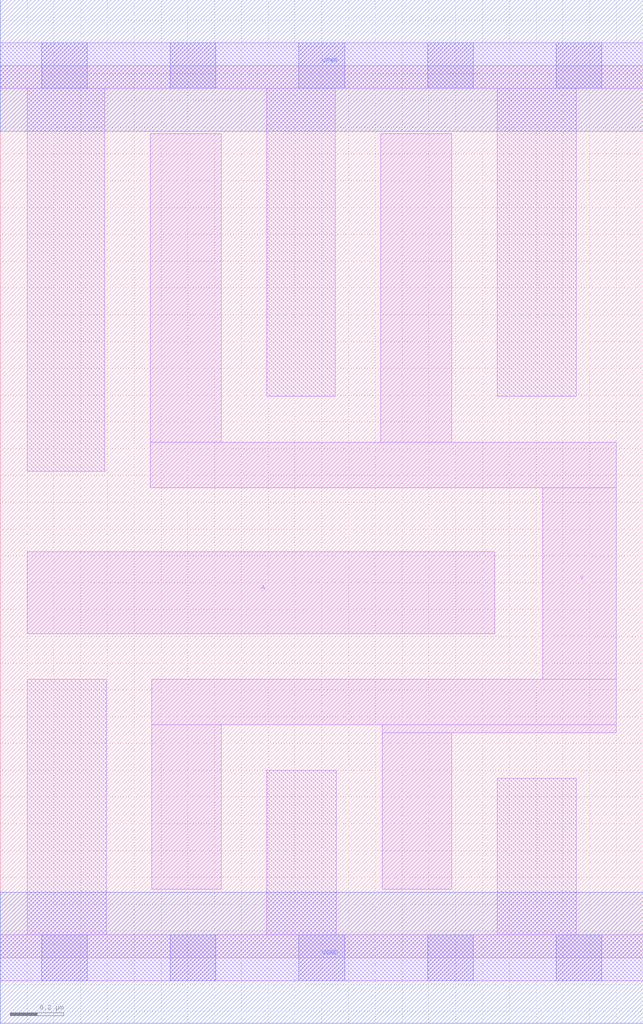
<source format=lef>
# Copyright 2020 The SkyWater PDK Authors
#
# Licensed under the Apache License, Version 2.0 (the "License");
# you may not use this file except in compliance with the License.
# You may obtain a copy of the License at
#
#     https://www.apache.org/licenses/LICENSE-2.0
#
# Unless required by applicable law or agreed to in writing, software
# distributed under the License is distributed on an "AS IS" BASIS,
# WITHOUT WARRANTIES OR CONDITIONS OF ANY KIND, either express or implied.
# See the License for the specific language governing permissions and
# limitations under the License.
#
# SPDX-License-Identifier: Apache-2.0

VERSION 5.7 ;
  NAMESCASESENSITIVE ON ;
  NOWIREEXTENSIONATPIN ON ;
  DIVIDERCHAR "/" ;
  BUSBITCHARS "[]" ;
UNITS
  DATABASE MICRONS 200 ;
END UNITS
MACRO sky130_fd_sc_lp__inv_4
  CLASS CORE ;
  FOREIGN sky130_fd_sc_lp__inv_4 ;
  ORIGIN  0.000000  0.000000 ;
  SIZE  2.400000 BY  3.330000 ;
  SYMMETRY X Y R90 ;
  SITE unit ;
  PIN A
    ANTENNAGATEAREA  1.260000 ;
    DIRECTION INPUT ;
    USE SIGNAL ;
    PORT
      LAYER li1 ;
        RECT 0.100000 1.210000 1.845000 1.515000 ;
    END
  END A
  PIN Y
    ANTENNADIFFAREA  1.176000 ;
    DIRECTION OUTPUT ;
    USE SIGNAL ;
    PORT
      LAYER li1 ;
        RECT 0.560000 1.755000 2.300000 1.925000 ;
        RECT 0.560000 1.925000 0.825000 3.075000 ;
        RECT 0.565000 0.255000 0.825000 0.870000 ;
        RECT 0.565000 0.870000 2.300000 1.040000 ;
        RECT 1.420000 1.925000 1.685000 3.075000 ;
        RECT 1.425000 0.255000 1.685000 0.840000 ;
        RECT 1.425000 0.840000 2.300000 0.870000 ;
        RECT 2.025000 1.040000 2.300000 1.755000 ;
    END
  END Y
  PIN VGND
    DIRECTION INOUT ;
    USE GROUND ;
    PORT
      LAYER met1 ;
        RECT 0.000000 -0.245000 2.400000 0.245000 ;
    END
  END VGND
  PIN VPWR
    DIRECTION INOUT ;
    USE POWER ;
    PORT
      LAYER met1 ;
        RECT 0.000000 3.085000 2.400000 3.575000 ;
    END
  END VPWR
  OBS
    LAYER li1 ;
      RECT 0.000000 -0.085000 2.400000 0.085000 ;
      RECT 0.000000  3.245000 2.400000 3.415000 ;
      RECT 0.100000  0.085000 0.395000 1.040000 ;
      RECT 0.100000  1.815000 0.390000 3.245000 ;
      RECT 0.995000  0.085000 1.255000 0.700000 ;
      RECT 0.995000  2.095000 1.250000 3.245000 ;
      RECT 1.855000  0.085000 2.150000 0.670000 ;
      RECT 1.855000  2.095000 2.150000 3.245000 ;
    LAYER mcon ;
      RECT 0.155000 -0.085000 0.325000 0.085000 ;
      RECT 0.155000  3.245000 0.325000 3.415000 ;
      RECT 0.635000 -0.085000 0.805000 0.085000 ;
      RECT 0.635000  3.245000 0.805000 3.415000 ;
      RECT 1.115000 -0.085000 1.285000 0.085000 ;
      RECT 1.115000  3.245000 1.285000 3.415000 ;
      RECT 1.595000 -0.085000 1.765000 0.085000 ;
      RECT 1.595000  3.245000 1.765000 3.415000 ;
      RECT 2.075000 -0.085000 2.245000 0.085000 ;
      RECT 2.075000  3.245000 2.245000 3.415000 ;
  END
END sky130_fd_sc_lp__inv_4
END LIBRARY

</source>
